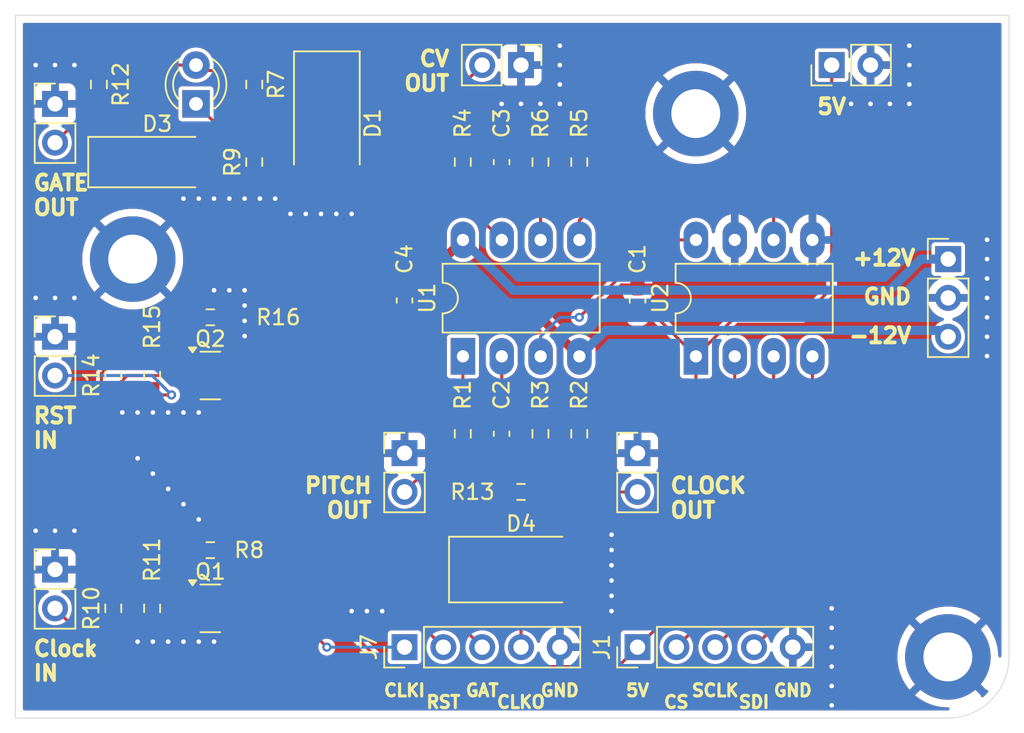
<source format=kicad_pcb>
(kicad_pcb (version 20240108) (generator "pcbnew") (generator_version "8.0")
  (layers (0 "F.Cu" signal) (31 "B.Cu" signal) (34 "B.Paste" user) (35 "F.Paste" user) (36 "B.SilkS" user "B.Silkscreen") (37 "F.SilkS" user "F.Silkscreen") (38 "B.Mask" user) (39 "F.Mask" user) (44 "Edge.Cuts" user))
  (net 0 "")
  (net 1 "+5V")
  (net 2 "GND")
  (net 3 "Net-(C2-Pad2)")
  (net 4 "Net-(U1A--)")
  (net 5 "Net-(C3-Pad2)")
  (net 6 "Net-(U1B--)")
  (net 7 "-12V")
  (net 8 "+12V")
  (net 9 "/GATE")
  (net 10 "Net-(D2-A)")
  (net 11 "Net-(D2-K)")
  (net 12 "/CLKOUT")
  (net 13 "/CS_DAC")
  (net 14 "/SCLK")
  (net 15 "/MOSI")
  (net 16 "/CLKIN")
  (net 17 "/RSTIN")
  (net 18 "Net-(Q1-B)")
  (net 19 "Net-(Q2-B)")
  (net 20 "/PITCH")
  (net 21 "/CV")
  (net 22 "Net-(U1B-+)")
  (net 23 "Net-(U1A-+)")
  (net 24 "Net-(J10-Pad2)")
  (net 25 "Net-(J4-Pad2)")
  (net 26 "Net-(J5-Pad2)")
  (net 27 "Net-(J6-Pad2)")
  (footprint "Resistor_SMD:R_0603_1608Metric_Pad0.98x0.95mm_HandSolder" (layer "F.Cu") (at 114.63 54.61 90)
    (property "Reference" "R9" (at 0 -1.43 90) (layer "F.SilkS"))
    (property "Value" "1k")
    (pad "1" smd roundrect (at -0.9125 0 90) (size 0.975 0.95) (layers "F.Cu" "F.Paste" "F.Mask") (net 2 "GND"))
    (pad "2" smd roundrect (at 0.9125 0 90) (size 0.975 0.95) (layers "F.Cu" "F.Paste" "F.Mask") (net 11 "Net-(D2-K)"))
  )
  (footprint "LED_THT:LED_D3.0mm_FlatTop" (layer "F.Cu") (at 110.82 50.8 90)
    (property "Reference" "D2")
    (property "Value" "GATE")
    (pad "1" thru_hole rect (at 0 0 90) (size 1.8 1.8) (drill 0.9) (layers "*.Cu" "*.Mask") (net 11 "Net-(D2-K)"))
    (pad "2" thru_hole circle (at 2.54 0 90) (size 1.8 1.8) (drill 0.9) (layers "*.Cu" "*.Mask") (net 10 "Net-(D2-A)"))
  )
  (footprint "Resistor_SMD:R_0603_1608Metric_Pad0.98x0.95mm_HandSolder" (layer "F.Cu") (at 133.35 72.39 -90)
    (property "Reference" "R3" (at -2.54 0 90) (layer "F.SilkS"))
    (property "Value" "10k")
    (pad "1" smd roundrect (at -0.9125 0 270) (size 0.975 0.95) (layers "F.Cu" "F.Paste" "F.Mask") (net 4 "Net-(U1A--)"))
    (pad "2" smd roundrect (at 0.9125 0 270) (size 0.975 0.95) (layers "F.Cu" "F.Paste" "F.Mask") (net 20 "/PITCH"))
  )
  (footprint "Capacitor_SMD:C_0603_1608Metric_Pad1.08x0.95mm_HandSolder" (layer "F.Cu") (at 130.81 72.39 90)
    (property "Reference" "C2" (at 2.54 0 90) (layer "F.SilkS"))
    (property "Value" "22pF")
    (pad "1" smd roundrect (at -0.8625 0 90) (size 1.075 0.95) (layers "F.Cu" "F.Paste" "F.Mask") (net 4 "Net-(U1A--)"))
    (pad "2" smd roundrect (at 0.8625 0 90) (size 1.075 0.95) (layers "F.Cu" "F.Paste" "F.Mask") (net 3 "Net-(C2-Pad2)"))
  )
  (footprint "Resistor_SMD:R_0603_1608Metric_Pad0.98x0.95mm_HandSolder" (layer "F.Cu") (at 132.08 76.2 180)
    (property "Reference" "R13" (at 3.175 0 0) (layer "F.SilkS"))
    (property "Value" "1k")
    (pad "1" smd roundrect (at -0.9125 0 180) (size 0.975 0.95) (layers "F.Cu" "F.Paste" "F.Mask") (net 27 "Net-(J6-Pad2)"))
    (pad "2" smd roundrect (at 0.9125 0 180) (size 0.975 0.95) (layers "F.Cu" "F.Paste" "F.Mask") (net 12 "/CLKOUT"))
  )
  (footprint "MountingHole:MountingHole_3.2mm_M3_DIN965_Pad" (layer "F.Cu") (at 160 87)
    (property "Reference" "H1")
    (property "Value" "M3")
    (pad "1" thru_hole circle (at 0 0) (size 5.6 5.6) (drill 3.2) (layers "*.Cu" "*.Mask") (net 2 "GND"))
  )
  (footprint "Resistor_SMD:R_0603_1608Metric_Pad0.98x0.95mm_HandSolder" (layer "F.Cu") (at 128.27 54.61 90)
    (property "Reference" "R4" (at 2.54 0 90) (layer "F.SilkS"))
    (property "Value" "1k")
    (pad "1" smd roundrect (at -0.9125 0 90) (size 0.975 0.95) (layers "F.Cu" "F.Paste" "F.Mask") (net 5 "Net-(C3-Pad2)"))
    (pad "2" smd roundrect (at 0.9125 0 90) (size 0.975 0.95) (layers "F.Cu" "F.Paste" "F.Mask") (net 21 "/CV"))
  )
  (footprint "Resistor_SMD:R_0603_1608Metric_Pad0.98x0.95mm_HandSolder" (layer "F.Cu") (at 133.35 54.61 90)
    (property "Reference" "R6" (at 2.54 0 90) (layer "F.SilkS"))
    (property "Value" "10k")
    (pad "1" smd roundrect (at -0.9125 0 90) (size 0.975 0.95) (layers "F.Cu" "F.Paste" "F.Mask") (net 6 "Net-(U1B--)"))
    (pad "2" smd roundrect (at 0.9125 0 90) (size 0.975 0.95) (layers "F.Cu" "F.Paste" "F.Mask") (net 21 "/CV"))
  )
  (footprint "Resistor_SMD:R_0603_1608Metric_Pad0.98x0.95mm_HandSolder" (layer "F.Cu") (at 135.89 72.39 90)
    (property "Reference" "R2" (at 2.54 0 90) (layer "F.SilkS"))
    (property "Value" "10k")
    (pad "1" smd roundrect (at -0.9125 0 90) (size 0.975 0.95) (layers "F.Cu" "F.Paste" "F.Mask") (net 2 "GND"))
    (pad "2" smd roundrect (at 0.9125 0 90) (size 0.975 0.95) (layers "F.Cu" "F.Paste" "F.Mask") (net 4 "Net-(U1A--)"))
  )
  (footprint "Capacitor_SMD:C_0603_1608Metric_Pad1.08x0.95mm_HandSolder" (layer "F.Cu") (at 124.46 63.664 90)
    (property "Reference" "C4" (at 2.704 0 90) (layer "F.SilkS"))
    (property "Value" "100nF")
    (pad "1" smd roundrect (at -0.8625 0 90) (size 1.075 0.95) (layers "F.Cu" "F.Paste" "F.Mask") (net 7 "-12V"))
    (pad "2" smd roundrect (at 0.8625 0 90) (size 1.075 0.95) (layers "F.Cu" "F.Paste" "F.Mask") (net 8 "+12V"))
  )
  (footprint "Connector_PinHeader_2.54mm:PinHeader_1x05_P2.54mm_Vertical" (layer "F.Cu") (at 139.7 86.36 90)
    (property "Reference" "J1" (at 0 -2.33 90) (layer "F.SilkS"))
    (property "Value" "DAC")
    (pad "1" thru_hole rect (at 0 0 90) (size 1.7 1.7) (drill 1) (layers "*.Cu" "*.Mask") (net 1 "+5V"))
    (pad "2" thru_hole oval (at 0 2.54 90) (size 1.7 1.7) (drill 1) (layers "*.Cu" "*.Mask") (net 13 "/CS_DAC"))
    (pad "3" thru_hole oval (at 0 5.08 90) (size 1.7 1.7) (drill 1) (layers "*.Cu" "*.Mask") (net 14 "/SCLK"))
    (pad "4" thru_hole oval (at 0 7.62 90) (size 1.7 1.7) (drill 1) (layers "*.Cu" "*.Mask") (net 15 "/MOSI"))
    (pad "5" thru_hole oval (at 0 10.16 90) (size 1.7 1.7) (drill 1) (layers "*.Cu" "*.Mask") (net 2 "GND"))
  )
  (footprint "Resistor_SMD:R_0603_1608Metric_Pad0.98x0.95mm_HandSolder" (layer "F.Cu") (at 111.76 80.01 180)
    (property "Reference" "R8" (at -2.54 0 0) (layer "F.SilkS"))
    (property "Value" "10k")
    (pad "1" smd roundrect (at -0.9125 0 180) (size 0.975 0.95) (layers "F.Cu" "F.Paste" "F.Mask") (net 16 "/CLKIN"))
    (pad "2" smd roundrect (at 0.9125 0 180) (size 0.975 0.95) (layers "F.Cu" "F.Paste" "F.Mask") (net 1 "+5V"))
  )
  (footprint "Resistor_SMD:R_0603_1608Metric_Pad0.98x0.95mm_HandSolder" (layer "F.Cu") (at 135.89 54.61 -90)
    (property "Reference" "R5" (at -2.54 0 90) (layer "F.SilkS"))
    (property "Value" "10k")
    (pad "1" smd roundrect (at -0.9125 0 270) (size 0.975 0.95) (layers "F.Cu" "F.Paste" "F.Mask") (net 2 "GND"))
    (pad "2" smd roundrect (at 0.9125 0 270) (size 0.975 0.95) (layers "F.Cu" "F.Paste" "F.Mask") (net 6 "Net-(U1B--)"))
  )
  (footprint "Capacitor_SMD:C_0603_1608Metric_Pad1.08x0.95mm_HandSolder" (layer "F.Cu") (at 130.81 54.61 90)
    (property "Reference" "C3" (at 2.54 0 90) (layer "F.SilkS"))
    (property "Value" "22pF")
    (pad "1" smd roundrect (at -0.8625 0 90) (size 1.075 0.95) (layers "F.Cu" "F.Paste" "F.Mask") (net 6 "Net-(U1B--)"))
    (pad "2" smd roundrect (at 0.8625 0 90) (size 1.075 0.95) (layers "F.Cu" "F.Paste" "F.Mask") (net 5 "Net-(C3-Pad2)"))
  )
  (footprint "Package_DIP:DIP-8_W7.62mm_LongPads" (layer "F.Cu") (at 143.52 67.325 90)
    (property "Reference" "U2" (at 3.81 -2.33 90) (layer "F.SilkS"))
    (property "Value" "MCP4822")
    (pad "1" thru_hole rect (at 0 0 90) (size 2.4 1.6) (drill 0.8) (layers "*.Cu" "*.Mask") (net 1 "+5V"))
    (pad "2" thru_hole oval (at 0 2.54 90) (size 2.4 1.6) (drill 0.8) (layers "*.Cu" "*.Mask") (net 13 "/CS_DAC"))
    (pad "3" thru_hole oval (at 0 5.08 90) (size 2.4 1.6) (drill 0.8) (layers "*.Cu" "*.Mask") (net 14 "/SCLK"))
    (pad "4" thru_hole oval (at 0 7.62 90) (size 2.4 1.6) (drill 0.8) (layers "*.Cu" "*.Mask") (net 15 "/MOSI"))
    (pad "5" thru_hole oval (at 7.62 7.62 90) (size 2.4 1.6) (drill 0.8) (layers "*.Cu" "*.Mask") (net 2 "GND"))
    (pad "6" thru_hole oval (at 7.62 5.08 90) (size 2.4 1.6) (drill 0.8) (layers "*.Cu" "*.Mask") (net 22 "Net-(U1B-+)"))
    (pad "7" thru_hole oval (at 7.62 2.54 90) (size 2.4 1.6) (drill 0.8) (layers "*.Cu" "*.Mask") (net 2 "GND"))
    (pad "8" thru_hole oval (at 7.62 0 90) (size 2.4 1.6) (drill 0.8) (layers "*.Cu" "*.Mask") (net 23 "Net-(U1A-+)"))
  )
  (footprint "Connector_PinHeader_2.54mm:PinHeader_1x02_P2.54mm_Vertical" (layer "F.Cu") (at 132.08 48.26 -90)
    (property "Reference" "J9")
    (property "Value" "CVOut")
    (pad "1" thru_hole rect (at 0 0 270) (size 1.7 1.7) (drill 1) (layers "*.Cu" "*.Mask") (net 2 "GND"))
    (pad "2" thru_hole oval (at 0 2.54 270) (size 1.7 1.7) (drill 1) (layers "*.Cu" "*.Mask") (net 21 "/CV"))
  )
  (footprint "MountingHole:MountingHole_3.2mm_M3_DIN965_Pad" (layer "F.Cu") (at 143.51 51.435)
    (property "Reference" "H3")
    (property "Value" "M3")
    (pad "1" thru_hole circle (at 0 0) (size 5.6 5.6) (drill 3.2) (layers "*.Cu" "*.Mask") (net 2 "GND"))
  )
  (footprint "Diode_SMD:D_SMA_Handsoldering" (layer "F.Cu") (at 108.28 54.61)
    (property "Reference" "D3" (at 0 -2.5 0) (layer "F.SilkS"))
    (property "Value" "SS34F")
    (pad "1" smd roundrect (at -2.5 0) (size 3.5 1.8) (layers "F.Cu" "F.Paste" "F.Mask") (roundrect_rratio 0.1388888889) (net 10 "Net-(D2-A)"))
    (pad "2" smd roundrect (at 2.5 0) (size 3.5 1.8) (layers "F.Cu" "F.Paste" "F.Mask") (roundrect_rratio 0.1388888889) (net 2 "GND"))
  )
  (footprint "Connector_PinHeader_2.54mm:PinHeader_1x02_P2.54mm_Vertical" (layer "F.Cu") (at 124.46 73.66)
    (property "Reference" "J8")
    (property "Value" "PitchOut")
    (pad "1" thru_hole rect (at 0 0) (size 1.7 1.7) (drill 1) (layers "*.Cu" "*.Mask") (net 2 "GND"))
    (pad "2" thru_hole oval (at 0 2.54) (size 1.7 1.7) (drill 1) (layers "*.Cu" "*.Mask") (net 20 "/PITCH"))
  )
  (footprint "Resistor_SMD:R_0603_1608Metric_Pad0.98x0.95mm_HandSolder" (layer "F.Cu") (at 114.63 49.53 -90)
    (property "Reference" "R7" (at 0 -1.43 90) (layer "F.SilkS"))
    (property "Value" "1k")
    (pad "1" smd roundrect (at -0.9125 0 270) (size 0.975 0.95) (layers "F.Cu" "F.Paste" "F.Mask") (net 10 "Net-(D2-A)"))
    (pad "2" smd roundrect (at 0.9125 0 270) (size 0.975 0.95) (layers "F.Cu" "F.Paste" "F.Mask") (net 9 "/GATE"))
  )
  (footprint "Diode_SMD:D_SMB_Handsoldering" (layer "F.Cu") (at 132.08 81.28)
    (property "Reference" "D4" (at 0 -3 0) (layer "F.SilkS"))
    (property "Value" "1SMB5918BT3G")
    (pad "1" smd roundrect (at -2.7 0) (size 3.5 2.3) (layers "F.Cu" "F.Paste" "F.Mask") (roundrect_rratio 0.1086956522) (net 12 "/CLKOUT"))
    (pad "2" smd roundrect (at 2.7 0) (size 3.5 2.3) (layers "F.Cu" "F.Paste" "F.Mask") (roundrect_rratio 0.1086956522) (net 2 "GND"))
  )
  (footprint "Connector_PinHeader_2.54mm:PinHeader_1x02_P2.54mm_Vertical" (layer "F.Cu") (at 139.7 73.66)
    (property "Reference" "J6")
    (property "Value" "ClockOut")
    (pad "1" thru_hole rect (at 0 0) (size 1.7 1.7) (drill 1) (layers "*.Cu" "*.Mask") (net 2 "GND"))
    (pad "2" thru_hole oval (at 0 2.54) (size 1.7 1.7) (drill 1) (layers "*.Cu" "*.Mask") (net 27 "Net-(J6-Pad2)"))
  )
  (footprint "Resistor_SMD:R_0603_1608Metric_Pad0.98x0.95mm_HandSolder" (layer "F.Cu") (at 107.95 83.82 90)
    (property "Reference" "R11" (at 3.175 0 90) (layer "F.SilkS"))
    (property "Value" "1M")
    (pad "1" smd roundrect (at -0.9125 0 90) (size 0.975 0.95) (layers "F.Cu" "F.Paste" "F.Mask") (net 2 "GND"))
    (pad "2" smd roundrect (at 0.9125 0 90) (size 0.975 0.95) (layers "F.Cu" "F.Paste" "F.Mask") (net 18 "Net-(Q1-B)"))
  )
  (footprint "Connector_PinHeader_2.54mm:PinHeader_1x03_P2.54mm_Vertical" (layer "F.Cu") (at 160.02 60.96)
    (property "Reference" "J2")
    (property "Value" "12V IN")
    (pad "1" thru_hole rect (at 0 0) (size 1.7 1.7) (drill 1) (layers "*.Cu" "*.Mask") (net 8 "+12V"))
    (pad "2" thru_hole oval (at 0 2.54) (size 1.7 1.7) (drill 1) (layers "*.Cu" "*.Mask") (net 2 "GND"))
    (pad "3" thru_hole oval (at 0 5.08) (size 1.7 1.7) (drill 1) (layers "*.Cu" "*.Mask") (net 7 "-12V"))
  )
  (footprint "Package_TO_SOT_SMD:SOT-23" (layer "F.Cu") (at 111.76 68.58)
    (property "Reference" "Q2" (at 0 -2.4 0) (layer "F.SilkS"))
    (property "Value" "MMBT3904")
    (pad "1" smd roundrect (at -0.9375 -0.95) (size 1.475 0.6) (layers "F.Cu" "F.Paste" "F.Mask") (net 19 "Net-(Q2-B)"))
    (pad "2" smd roundrect (at -0.9375 0.95) (size 1.475 0.6) (layers "F.Cu" "F.Paste" "F.Mask") (net 2 "GND"))
    (pad "3" smd roundrect (at 0.9375 0) (size 1.475 0.6) (layers "F.Cu" "F.Paste" "F.Mask") (net 17 "/RSTIN"))
  )
  (footprint "Capacitor_SMD:C_0603_1608Metric_Pad1.08x0.95mm_HandSolder" (layer "F.Cu") (at 139.7 63.664 -90)
    (property "Reference" "C1" (at -2.704 0 90) (layer "F.SilkS"))
    (property "Value" "100nF")
    (pad "1" smd roundrect (at -0.8625 0 270) (size 1.075 0.95) (layers "F.Cu" "F.Paste" "F.Mask") (net 2 "GND"))
    (pad "2" smd roundrect (at 0.8625 0 270) (size 1.075 0.95) (layers "F.Cu" "F.Paste" "F.Mask") (net 1 "+5V"))
  )
  (footprint "Connector_PinHeader_2.54mm:PinHeader_1x02_P2.54mm_Vertical" (layer "F.Cu") (at 101.6 50.8)
    (property "Reference" "J4")
    (property "Value" "GateOut")
    (pad "1" thru_hole rect (at 0 0) (size 1.7 1.7) (drill 1) (layers "*.Cu" "*.Mask") (net 2 "GND"))
    (pad "2" thru_hole oval (at 0 2.54) (size 1.7 1.7) (drill 1) (layers "*.Cu" "*.Mask") (net 25 "Net-(J4-Pad2)"))
  )
  (footprint "Resistor_SMD:R_0603_1608Metric_Pad0.98x0.95mm_HandSolder" (layer "F.Cu") (at 105.41 68.58 90)
    (property "Reference" "R14" (at 0 -1.43 90) (layer "F.SilkS"))
    (property "Value" "10k")
    (pad "1" smd roundrect (at -0.9125 0 90) (size 0.975 0.95) (layers "F.Cu" "F.Paste" "F.Mask") (net 17 "/RSTIN"))
    (pad "2" smd roundrect (at 0.9125 0 90) (size 0.975 0.95) (layers "F.Cu" "F.Paste" "F.Mask") (net 1 "+5V"))
  )
  (footprint "Resistor_SMD:R_0603_1608Metric_Pad0.98x0.95mm_HandSolder" (layer "F.Cu") (at 128.27 72.39 -90)
    (property "Reference" "R1" (at -2.54 0 90) (layer "F.SilkS"))
    (property "Value" "1k")
    (pad "1" smd roundrect (at -0.9125 0 270) (size 0.975 0.95) (layers "F.Cu" "F.Paste" "F.Mask") (net 3 "Net-(C2-Pad2)"))
    (pad "2" smd roundrect (at 0.9125 0 270) (size 0.975 0.95) (layers "F.Cu" "F.Paste" "F.Mask") (net 20 "/PITCH"))
  )
  (footprint "Diode_SMD:D_SMB_Handsoldering" (layer "F.Cu") (at 119.38 52.07 -90)
    (property "Reference" "D1" (at 0 -3 90) (layer "F.SilkS"))
    (property "Value" "1SMB5918BT3G")
    (pad "1" smd roundrect (at -2.7 0 270) (size 3.5 2.3) (layers "F.Cu" "F.Paste" "F.Mask") (roundrect_rratio 0.1086956522) (net 9 "/GATE"))
    (pad "2" smd roundrect (at 2.7 0 270) (size 3.5 2.3) (layers "F.Cu" "F.Paste" "F.Mask") (roundrect_rratio 0.1086956522) (net 2 "GND"))
  )
  (footprint "Package_DIP:DIP-8_W7.62mm_LongPads" (layer "F.Cu") (at 128.28 67.325 90)
    (property "Reference" "U1" (at 3.81 -2.33 90) (layer "F.SilkS"))
    (property "Value" "TL072")
    (pad "1" thru_hole rect (at 0 0 90) (size 2.4 1.6) (drill 0.8) (layers "*.Cu" "*.Mask") (net 3 "Net-(C2-Pad2)"))
    (pad "2" thru_hole oval (at 0 2.54 90) (size 2.4 1.6) (drill 0.8) (layers "*.Cu" "*.Mask") (net 4 "Net-(U1A--)"))
    (pad "3" thru_hole oval (at 0 5.08 90) (size 2.4 1.6) (drill 0.8) (layers "*.Cu" "*.Mask") (net 23 "Net-(U1A-+)"))
    (pad "4" thru_hole oval (at 0 7.62 90) (size 2.4 1.6) (drill 0.8) (layers "*.Cu" "*.Mask") (net 7 "-12V"))
    (pad "5" thru_hole oval (at 7.62 7.62 90) (size 2.4 1.6) (drill 0.8) (layers "*.Cu" "*.Mask") (net 22 "Net-(U1B-+)"))
    (pad "6" thru_hole oval (at 7.62 5.08 90) (size 2.4 1.6) (drill 0.8) (layers "*.Cu" "*.Mask") (net 6 "Net-(U1B--)"))
    (pad "7" thru_hole oval (at 7.62 2.54 90) (size 2.4 1.6) (drill 0.8) (layers "*.Cu" "*.Mask") (net 5 "Net-(C3-Pad2)"))
    (pad "8" thru_hole oval (at 7.62 0 90) (size 2.4 1.6) (drill 0.8) (layers "*.Cu" "*.Mask") (net 8 "+12V"))
  )
  (footprint "Resistor_SMD:R_0603_1608Metric_Pad0.98x0.95mm_HandSolder" (layer "F.Cu") (at 111.76 64.77 180)
    (property "Reference" "R16" (at -4.445 0 0) (layer "F.SilkS"))
    (property "Value" "1M")
    (pad "1" smd roundrect (at -0.9125 0 180) (size 0.975 0.95) (layers "F.Cu" "F.Paste" "F.Mask") (net 2 "GND"))
    (pad "2" smd roundrect (at 0.9125 0 180) (size 0.975 0.95) (layers "F.Cu" "F.Paste" "F.Mask") (net 19 "Net-(Q2-B)"))
  )
  (footprint "Package_TO_SOT_SMD:SOT-23" (layer "F.Cu") (at 111.76 83.82)
    (property "Reference" "Q1" (at 0 -2.4 0) (layer "F.SilkS"))
    (property "Value" "MMBT3904")
    (pad "1" smd roundrect (at -0.9375 -0.95) (size 1.475 0.6) (layers "F.Cu" "F.Paste" "F.Mask") (net 18 "Net-(Q1-B)"))
    (pad "2" smd roundrect (at -0.9375 0.95) (size 1.475 0.6) (layers "F.Cu" "F.Paste" "F.Mask") (net 2 "GND"))
    (pad "3" smd roundrect (at 0.9375 0) (size 1.475 0.6) (layers "F.Cu" "F.Paste" "F.Mask") (net 16 "/CLKIN"))
  )
  (footprint "Connector_PinHeader_2.54mm:PinHeader_1x02_P2.54mm_Vertical" (layer "F.Cu") (at 101.6 81.28)
    (property "Reference" "J5")
    (property "Value" "ClockIn")
    (pad "1" thru_hole rect (at 0 0) (size 1.7 1.7) (drill 1) (layers "*.Cu" "*.Mask") (net 2 "GND"))
    (pad "2" thru_hole oval (at 0 2.54) (size 1.7 1.7) (drill 1) (layers "*.Cu" "*.Mask") (net 26 "Net-(J5-Pad2)"))
  )
  (footprint "Connector_PinHeader_2.54mm:PinHeader_1x02_P2.54mm_Vertical" (layer "F.Cu") (at 152.4 48.26 90)
    (property "Reference" "J3")
    (property "Value" "5V IN")
    (pad "1" thru_hole rect (at 0 0 90) (size 1.7 1.7) (drill 1) (layers "*.Cu" "*.Mask") (net 1 "+5V"))
    (pad "2" thru_hole oval (at 0 2.54 90) (size 1.7 1.7) (drill 1) (layers "*.Cu" "*.Mask") (net 2 "GND"))
  )
  (footprint "Connector_PinHeader_2.54mm:PinHeader_1x05_P2.54mm_Vertical" (layer "F.Cu") (at 124.46 86.36 90)
    (property "Reference" "J7" (at 0 -2.33 90) (layer "F.SilkS"))
    (property "Value" "INPUTS")
    (pad "1" thru_hole rect (at 0 0 90) (size 1.7 1.7) (drill 1) (layers "*.Cu" "*.Mask") (net 16 "/CLKIN"))
    (pad "2" thru_hole oval (at 0 2.54 90) (size 1.7 1.7) (drill 1) (layers "*.Cu" "*.Mask") (net 17 "/RSTIN"))
    (pad "3" thru_hole oval (at 0 5.08 90) (size 1.7 1.7) (drill 1) (layers "*.Cu" "*.Mask") (net 9 "/GATE"))
    (pad "4" thru_hole oval (at 0 7.62 90) (size 1.7 1.7) (drill 1) (layers "*.Cu" "*.Mask") (net 12 "/CLKOUT"))
    (pad "5" thru_hole oval (at 0 10.16 90) (size 1.7 1.7) (drill 1) (layers "*.Cu" "*.Mask") (net 2 "GND"))
  )
  (footprint "Resistor_SMD:R_0603_1608Metric_Pad0.98x0.95mm_HandSolder" (layer "F.Cu") (at 107.95 68.58 90)
    (property "Reference" "R15" (at 3.175 0 90) (layer "F.SilkS"))
    (property "Value" "100k")
    (pad "1" smd roundrect (at -0.9125 0 90) (size 0.975 0.95) (layers "F.Cu" "F.Paste" "F.Mask") (net 24 "Net-(J10-Pad2)"))
    (pad "2" smd roundrect (at 0.9125 0 90) (size 0.975 0.95) (layers "F.Cu" "F.Paste" "F.Mask") (net 19 "Net-(Q2-B)"))
  )
  (footprint "Resistor_SMD:R_0603_1608Metric_Pad0.98x0.95mm_HandSolder" (layer "F.Cu") (at 104.47 49.53 -90)
    (property "Reference" "R12" (at 0 -1.43 90) (layer "F.SilkS"))
    (property "Value" "1k")
    (pad "1" smd roundrect (at -0.9125 0 270) (size 0.975 0.95) (layers "F.Cu" "F.Paste" "F.Mask") (net 10 "Net-(D2-A)"))
    (pad "2" smd roundrect (at 0.9125 0 270) (size 0.975 0.95) (layers "F.Cu" "F.Paste" "F.Mask") (net 25 "Net-(J4-Pad2)"))
  )
  (footprint "Resistor_SMD:R_0603_1608Metric_Pad0.98x0.95mm_HandSolder" (layer "F.Cu") (at 105.41 83.82 90)
    (property "Reference" "R10" (at 0 -1.43 90) (layer "F.SilkS"))
    (property "Value" "100k")
    (pad "1" smd roundrect (at -0.9125 0 90) (size 0.975 0.95) (layers "F.Cu" "F.Paste" "F.Mask") (net 26 "Net-(J5-Pad2)"))
    (pad "2" smd roundrect (at 0.9125 0 90) (size 0.975 0.95) (layers "F.Cu" "F.Paste" "F.Mask") (net 18 "Net-(Q1-B)"))
  )
  (footprint "MountingHole:MountingHole_3.2mm_M3_DIN965_Pad" (layer "F.Cu") (at 106.68 60.96)
    (property "Reference" "H2")
    (property "Value" "M3")
    (pad "1" thru_hole circle (at 0 0) (size 5.6 5.6) (drill 3.2) (layers "*.Cu" "*.Mask") (net 2 "GND"))
  )
  (footprint "Connector_PinHeader_2.54mm:PinHeader_1x02_P2.54mm_Vertical" (layer "F.Cu") (at 101.6 66.04)
    (property "Reference" "J10")
    (property "Value" "ResetIn")
    (pad "1" thru_hole rect (at 0 0) (size 1.7 1.7) (drill 1) (layers "*.Cu" "*.Mask") (net 2 "GND"))
    (pad "2" thru_hole oval (at 0 2.54) (size 1.7 1.7) (drill 1) (layers "*.Cu" "*.Mask") (net 24 "Net-(J10-Pad2)"))
  )
  (gr_line (start 99 91) (end 159.98 90.999999) (stroke (width 0.05)) (layer "Edge.Cuts"))
  (gr_arc (start 164.000049 87) (mid 162.821382 89.835524) (end 159.98 90.999999) (stroke (width 0.05)) (layer "Edge.Cuts"))
  (gr_line (start 99 45) (end 99 91) (stroke (width 0.05)) (layer "Edge.Cuts"))
  (gr_line (start 164 45) (end 99 45) (stroke (width 0.05)) (layer "Edge.Cuts"))
  (gr_line (start 164.000049 87) (end 164 45) (stroke (width 0.05)) (layer "Edge.Cuts"))
  (gr_text "CV\nOUT" (at 127.508 50.038 0) (layer "F.SilkS") (effects (font (size 1 1) (thickness 0.25) (bold yes)) (justify right bottom)))
  (gr_text "RST" (at 127 90.424 0) (layer "F.SilkS") (effects (font (size 0.8 0.8) (thickness 0.2) (bold yes)) (justify bottom)))
  (gr_text "CLKO" (at 132.08 90.424 0) (layer "F.SilkS") (effects (font (size 0.8 0.8) (thickness 0.2) (bold yes)) (justify bottom)))
  (gr_text "5V" (at 139.7 89.662 0) (layer "F.SilkS") (effects (font (size 0.8 0.8) (thickness 0.2) (bold yes)) (justify bottom)))
  (gr_text "GATE\nOUT" (at 100.076 58.166 0) (layer "F.SilkS") (effects (font (size 1 1) (thickness 0.25) (bold yes)) (justify left bottom)))
  (gr_text "SDI" (at 147.32 90.424 0) (layer "F.SilkS") (effects (font (size 0.8 0.8) (thickness 0.2) (bold yes)) (justify bottom)))
  (gr_text "+12V" (at 157.988 61.468 0) (layer "F.SilkS") (effects (font (size 1 1) (thickness 0.25) (bold yes)) (justify right bottom)))
  (gr_text "CLOCK\nOUT" (at 141.732 77.978 0) (layer "F.SilkS") (effects (font (size 1 1) (thickness 0.25) (bold yes)) (justify left bottom)))
  (gr_text "PITCH\nOUT" (at 122.428 77.978 0) (layer "F.SilkS") (effects (font (size 1 1) (thickness 0.25) (bold yes)) (justify right bottom)))
  (gr_text "5V" (at 152.4 51.562 0) (layer "F.SilkS") (effects (font (size 1 1) (thickness 0.25) (bold yes)) (justify bottom)))
  (gr_text "GND" (at 134.62 89.662 0) (layer "F.SilkS") (effects (font (size 0.8 0.8) (thickness 0.2) (bold yes)) (justify bottom)))
  (gr_text "SCLK" (at 144.78 89.662 0) (layer "F.SilkS") (effects (font (size 0.8 0.8) (thickness 0.2) (bold yes)) (justify bottom)))
  (gr_text "-12V" (at 157.734 66.548 0) (layer "F.SilkS") (effects (font (size 1 1) (thickness 0.25) (bold yes)) (justify right bottom)))
  (gr_text "GND" (at 149.86 89.662 0) (layer "F.SilkS") (effects (font (size 0.8 0.8) (thickness 0.2) (bold yes)) (justify bottom)))
  (gr_text "RST \nIN" (at 100.076 73.406 0) (layer "F.SilkS") (effects (font (size 1 1) (thickness 0.25) (bold yes)) (justify left bottom)))
  (gr_text "Clock \nIN" (at 100.076 88.646 0) (layer "F.SilkS") (effects (font (size 1 1) (thickness 0.25) (bold yes)) (justify left bottom)))
  (gr_text "GND" (at 157.734 64.008 0) (layer "F.SilkS") (effects (font (size 1 1) (thickness 0.25) (bold yes)) (justify right bottom)))
  (gr_text "GAT" (at 129.54 89.662 0) (layer "F.SilkS") (effects (font (size 0.8 0.8) (thickness 0.2) (bold yes)) (justify bottom)))
  (gr_text "CS" (at 142.24 90.424 0) (layer "F.SilkS") (effects (font (size 0.8 0.8) (thickness 0.2) (bold yes)) (justify bottom)))
  (gr_text "CLKI" (at 124.46 89.662 0) (layer "F.SilkS") (effects (font (size 0.8 0.8) (thickness 0.2) (bold yes)) (justify bottom)))
  (segment (start 111.6225 79.235) (end 114.831722 79.235) (width 0.2) (layer "F.Cu") (net 1))
  (segment (start 150.495 64.77) (end 146.075 64.77) (width 0.2) (layer "F.Cu") (net 1))
  (segment (start 139.7 64.5265) (end 140.7215 64.5265) (width 0.2) (layer "F.Cu") (net 1))
  (segment (start 138.43 87.63) (end 139.7 86.36) (width 0.2) (layer "F.Cu") (net 1))
  (segment (start 105.41 67.6675) (end 104.635 68.4425) (width 0.2) (layer "F.Cu") (net 1))
  (segment (start 143.52 82.54) (end 139.7 86.36) (width 0.2) (layer "F.Cu") (net 1))
  (segment (start 143.52 67.325) (end 143.52 82.54) (width 0.2) (layer "F.Cu") (net 1))
  (segment (start 140.7215 64.5265) (end 143.52 67.325) (width 0.2) (layer "F.Cu") (net 1))
  (segment (start 114.831722 79.235) (end 123.226722 87.63) (width 0.2) (layer "F.Cu") (net 1))
  (segment (start 152.4 48.26) (end 152.4 62.865) (width 0.2) (layer "F.Cu") (net 1))
  (segment (start 152.4 62.865) (end 150.495 64.77) (width 0.2) (layer "F.Cu") (net 1))
  (segment (start 146.075 64.77) (end 143.52 67.325) (width 0.2) (layer "F.Cu") (net 1))
  (segment (start 123.226722 87.63) (end 138.43 87.63) (width 0.2) (layer "F.Cu") (net 1))
  (segment (start 104.635 68.4425) (end 104.635 73.7975) (width 0.2) (layer "F.Cu") (net 1))
  (segment (start 104.635 73.7975) (end 110.8475 80.01) (width 0.2) (layer "F.Cu") (net 1))
  (segment (start 110.8475 80.01) (end 111.6225 79.235) (width 0.2) (layer "F.Cu") (net 1))
  (via (at 102.87 63.5) (size 0.6) (drill 0.3) (layers "F.Cu" "B.Cu") (net 2))
  (via (at 134.62 49.53) (size 0.6) (drill 0.3) (layers "F.Cu" "B.Cu") (net 2))
  (via (at 152.4 86.36) (size 0.6) (drill 0.3) (layers "F.Cu" "B.Cu") (net 2))
  (via (at 154.94 50.8) (size 0.6) (drill 0.3) (layers "F.Cu" "B.Cu") (net 2))
  (via (at 120 58) (size 0.6) (drill 0.3) (layers "F.Cu" "B.Cu") (net 2))
  (via (at 107 71) (size 0.6) (drill 0.3) (layers "F.Cu" "B.Cu") (net 2))
  (via (at 157.48 50.8) (size 0.6) (drill 0.3) (layers "F.Cu" "B.Cu") (net 2))
  (via (at 110 86) (size 0.6) (drill 0.3) (layers "F.Cu" "B.Cu") (net 2))
  (via (at 111 78) (size 0.6) (drill 0.3) (layers "F.Cu" "B.Cu") (net 2))
  (via (at 110 77) (size 0.6) (drill 0.3) (layers "F.Cu" "B.Cu") (net 2))
  (via (at 138 80) (size 0.6) (drill 0.3) (layers "F.Cu" "B.Cu") (net 2))
  (via (at 162.56 64.77) (size 0.6) (drill 0.3) (layers "F.Cu" "B.Cu") (net 2))
  (via (at 153.67 50.8) (size 0.6) (drill 0.3) (layers "F.Cu" "B.Cu") (net 2))
  (via (at 100.33 48.26) (size 0.6) (drill 0.3) (layers "F.Cu" "B.Cu") (net 2))
  (via (at 130.81 50.8) (size 0.6) (drill 0.3) (layers "F.Cu" "B.Cu") (net 2))
  (via (at 162.56 60.96) (size 0.6) (drill 0.3) (layers "F.Cu" "B.Cu") (net 2))
  (via (at 162.56 66.04) (size 0.6) (drill 0.3) (layers "F.Cu" "B.Cu") (net 2))
  (via (at 107 86) (size 0.6) (drill 0.3) (layers "F.Cu" "B.Cu") (net 2))
  (via (at 157.48 49.53) (size 0.6) (drill 0.3) (layers "F.Cu" "B.Cu") (net 2))
  (via (at 102.87 78.74) (size 0.6) (drill 0.3) (layers "F.Cu" "B.Cu") (net 2))
  (via (at 112 57) (size 0.6) (drill 0.3) (layers "F.Cu" "B.Cu") (net 2))
  (via (at 138 81) (size 0.6) (drill 0.3) (layers "F.Cu" "B.Cu") (net 2))
  (via (at 108 71) (size 0.6) (drill 0.3) (layers "F.Cu" "B.Cu") (net 2))
  (via (at 101.6 63.5) (size 0.6) (drill 0.3) (layers "F.Cu" "B.Cu") (net 2))
  (via (at 157.48 48.26) (size 0.6) (drill 0.3) (layers "F.Cu" "B.Cu") (net 2))
  (via (at 156.21 50.8) (size 0.6) (drill 0.3) (layers "F.Cu" "B.Cu") (net 2))
  (via (at 114 63) (size 0.6) (drill 0.3) (layers "F.Cu" "B.Cu") (net 2))
  (via (at 100.33 78.74) (size 0.6) (drill 0.3) (layers "F.Cu" "B.Cu") (net 2))
  (via (at 162.56 67.31) (size 0.6) (drill 0.3) (layers "F.Cu" "B.Cu") (net 2))
  (via (at 157.48 46.99) (size 0.6) (drill 0.3) (layers "F.Cu" "B.Cu") (net 2))
  (via (at 152.4 83.82) (size 0.6) (drill 0.3) (layers "F.Cu" "B.Cu") (net 2))
  (via (at 118 58) (size 0.6) (drill 0.3) (layers "F.Cu" "B.Cu") (net 2))
  (via (at 102.87 48.26) (size 0.6) (drill 0.3) (layers "F.Cu" "B.Cu") (net 2))
  (via (at 112 63) (size 0.6) (drill 0.3) (layers "F.Cu" "B.Cu") (net 2))
  (via (at 134.62 46.99) (size 0.6) (drill 0.3) (layers "F.Cu" "B.Cu") (net 2))
  (via (at 152.4 85.09) (size 0.6) (drill 0.3) (layers "F.Cu" "B.Cu") (net 2))
  (via (at 111 71) (size 0.6) (drill 0.3) (layers "F.Cu" "B.Cu") (net 2))
  (via (at 110 71) (size 0.6) (drill 0.3) (layers "F.Cu" "B.Cu") (net 2))
  (via (at 138 83) (size 0.6) (drill 0.3) (layers "F.Cu" "B.Cu") (net 2))
  (via (at 134.62 48.26) (size 0.6) (drill 0.3) (layers "F.Cu" "B.Cu") (net 2))
  (via (at 122 84) (size 0.6) (drill 0.3) (layers "F.Cu" "B.Cu") (net 2))
  (via (at 112 86) (size 0.6) (drill 0.3) (layers "F.Cu" "B.Cu") (net 2))
  (via (at 113 57) (size 0.6) (drill 0.3) (layers "F.Cu" "B.Cu") (net 2))
  (via (at 138 82) (size 0.6) (drill 0.3) (layers "F.Cu" "B.Cu") (net 2))
  (via (at 108 75) (size 0.6) (drill 0.3) (layers "F.Cu" "B.Cu") (net 2))
  (via (at 108 86) (size 0.6) (drill 0.3) (layers "F.Cu" "B.Cu") (net 2))
  (via (at 162.56 59.69) (size 0.6) (drill 0.3) (layers "F.Cu" "B.Cu") (net 2))
  (via (at 111 57) (size 0.6) (drill 0.3) (layers "F.Cu" "B.Cu") (net 2))
  (via (at 109 71) (size 0.6) (drill 0.3) (layers "F.Cu" "B.Cu") (net 2))
  (via (at 101.6 48.26) (size 0.6) (drill 0.3) (layers "F.Cu" "B.Cu") (net 2))
  (via (at 107 74) (size 0.6) (drill 0.3) (layers "F.Cu" "B.Cu") (net 2))
  (via (at 115 57) (size 0.6) (drill 0.3) (layers "F.Cu" "B.Cu") (net 2))
  (via (at 114 66) (size 0.6) (drill 0.3) (layers "F.Cu" "B.Cu") (net 2))
  (via (at 109 86) (size 0.6) (drill 0.3) (layers "F.Cu" "B.Cu") (net 2))
  (via (at 133.35 50.8) (size 0.6) (drill 0.3) (layers "F.Cu" "B.Cu") (net 2))
  (via (at 119 58) (size 0.6) (drill 0.3) (layers "F.Cu" "B.Cu") (net 2))
  (via (at 114 57) (size 0.6) (drill 0.3) (layers "F.Cu" "B.Cu") (net 2))
  (via (at 110 57) (size 0.6) (drill 0.3) (layers "F.Cu" "B.Cu") (net 2))
  (via (at 134.62 50.8) (size 0.6) (drill 0.3) (layers "F.Cu" "B.Cu") (net 2))
  (via (at 138 79) (size 0.6) (drill 0.3) (layers "F.Cu" "B.Cu") (net 2))
  (via (at 114 65) (size 0.6) (drill 0.3) (layers "F.Cu" "B.Cu") (net 2))
  (via (at 106 71) (size 0.6) (drill 0.3) (layers "F.Cu" "B.Cu") (net 2))
  (via (at 123 84) (size 0.6) (drill 0.3) (layers "F.Cu" "B.Cu") (net 2))
  (via (at 101.6 78.74) (size 0.6) (drill 0.3) (layers "F.Cu" "B.Cu") (net 2))
  (via (at 121 58) (size 0.6) (drill 0.3) (layers "F.Cu" "B.Cu") (net 2))
  (via (at 162.56 63.5) (size 0.6) (drill 0.3) (layers "F.Cu" "B.Cu") (net 2))
  (via (at 109 76) (size 0.6) (drill 0.3) (layers "F.Cu" "B.Cu") (net 2))
  (via (at 113 63) (size 0.6) (drill 0.3) (layers "F.Cu" "B.Cu") (net 2))
  (via (at 117 58) (size 0.6) (drill 0.3) (layers "F.Cu" "B.Cu") (net 2))
  (via (at 152.4 90.17) (size 0.6) (drill 0.3) (layers "F.Cu" "B.Cu") (net 2))
  (via (at 152.4 88.9) (size 0.6) (drill 0.3) (layers "F.Cu" "B.Cu") (net 2))
  (via (at 114 64) (size 0.6) (drill 0.3) (layers "F.Cu" "B.Cu") (net 2))
  (via (at 100.33 63.5) (size 0.6) (drill 0.3) (layers "F.Cu" "B.Cu") (net 2))
  (via (at 111 86) (size 0.6) (drill 0.3) (layers "F.Cu" "B.Cu") (net 2))
  (via (at 121 84) (size 0.6) (drill 0.3) (layers "F.Cu" "B.Cu") (net 2))
  (via (at 116 57) (size 0.6) (drill 0.3) (layers "F.Cu" "B.Cu") (net 2))
  (via (at 138 84) (size 0.6) (drill 0.3) (layers "F.Cu" "B.Cu") (net 2))
  (via (at 162.56 62.23) (size 0.6) (drill 0.3) (layers "F.Cu" "B.Cu") (net 2))
  (via (at 152.4 87.63) (size 0.6) (drill 0.3) (layers "F.Cu" "B.Cu") (net 2))
  (via (at 132.08 50.8) (size 0.6) (drill 0.3) (layers "F.Cu" "B.Cu") (net 2))
  (segment (start 128.28 71.4675) (end 128.27 71.4775) (width 0.2) (layer "F.Cu") (net 3))
  (segment (start 130.76 71.4775) (end 130.81 71.5275) (width 0.2) (layer "F.Cu") (net 3))
  (segment (start 128.28 67.325) (end 128.28 71.4675) (width 0.2) (layer "F.Cu") (net 3))
  (segment (start 128.27 71.4775) (end 130.76 71.4775) (width 0.2) (layer "F.Cu") (net 3))
  (segment (start 131.575 73.2525) (end 133.35 71.4775) (width 0.2) (layer "F.Cu") (net 4))
  (segment (start 135.89 71.4775) (end 133.35 71.4775) (width 0.2) (layer "F.Cu") (net 4))
  (segment (start 130.81 73.2525) (end 131.575 73.2525) (width 0.2) (layer "F.Cu") (net 4))
  (segment (start 130.82 68.9475) (end 133.35 71.4775) (width 0.2) (layer "F.Cu") (net 4))
  (segment (start 130.82 67.325) (end 130.82 68.9475) (width 0.2) (layer "F.Cu") (net 4))
  (segment (start 129.035 55.5225) (end 130.81 53.7475) (width 0.2) (layer "F.Cu") (net 5))
  (segment (start 128.27 55.5225) (end 128.27 57.155) (width 0.2) (layer "F.Cu") (net 5))
  (segment (start 128.27 55.5225) (end 129.035 55.5225) (width 0.2) (layer "F.Cu") (net 5))
  (segment (start 128.27 57.155) (end 130.82 59.705) (width 0.2) (layer "F.Cu") (net 5))
  (segment (start 133.36 59.705) (end 133.36 55.5325) (width 0.2) (layer "F.Cu") (net 6))
  (segment (start 133.36 55.5325) (end 133.35 55.5225) (width 0.2) (layer "F.Cu") (net 6))
  (segment (start 135.84 55.4725) (end 135.89 55.5225) (width 0.2) (layer "F.Cu") (net 6))
  (segment (start 130.81 55.4725) (end 135.84 55.4725) (width 0.2) (layer "F.Cu") (net 6))
  (segment (start 124.46 64.5265) (end 133.1015 64.5265) (width 0.6) (layer "F.Cu") (net 7))
  (segment (start 133.1015 64.5265) (end 135.9 67.325) (width 0.6) (layer "F.Cu") (net 7))
  (segment (start 159.605 65.625) (end 160.02 66.04) (width 0.6) (layer "B.Cu") (net 7))
  (segment (start 135.9 67.325) (end 137.6 65.625) (width 0.6) (layer "B.Cu") (net 7))
  (segment (start 137.6 65.625) (end 159.605 65.625) (width 0.6) (layer "B.Cu") (net 7))
  (segment (start 124.46 62.8015) (end 125.1835 62.8015) (width 0.6) (layer "F.Cu") (net 8))
  (segment (start 125.1835 62.8015) (end 128.28 59.705) (width 0.6) (layer "F.Cu") (net 8))
  (segment (start 158.242 60.96) (end 160.02 60.96) (width 0.6) (layer "B.Cu") (net 8))
  (segment (start 128.28 59.705) (end 131.567 62.992) (width 0.6) (layer "B.Cu") (net 8))
  (segment (start 156.21 62.992) (end 158.242 60.96) (width 0.6) (layer "B.Cu") (net 8))
  (segment (start 131.567 62.992) (end 156.21 62.992) (width 0.6) (layer "B.Cu") (net 8))
  (segment (start 121.92 51.91) (end 121.92 78.74) (width 0.2) (layer "F.Cu") (net 9))
  (segment (start 119.38 49.37) (end 121.92 51.91) (width 0.2) (layer "F.Cu") (net 9))
  (segment (start 119.38 49.37) (end 115.7025 49.37) (width 0.2) (layer "F.Cu") (net 9))
  (segment (start 115.7025 49.37) (end 114.63 50.4425) (width 0.2) (layer "F.Cu") (net 9))
  (segment (start 121.92 78.74) (end 129.54 86.36) (width 0.2) (layer "F.Cu") (net 9))
  (segment (start 105.78 49.9275) (end 105.78 54.61) (width 0.2) (layer "F.Cu") (net 10))
  (segment (start 114.63 48.6175) (end 111.1775 48.6175) (width 0.2) (layer "F.Cu") (net 10))
  (segment (start 110.82 48.26) (end 104.8275 48.26) (width 0.2) (layer "F.Cu") (net 10))
  (segment (start 111.1775 48.6175) (end 110.82 48.26) (width 0.2) (layer "F.Cu") (net 10))
  (segment (start 104.47 48.6175) (end 105.78 49.9275) (width 0.2) (layer "F.Cu") (net 10))
  (segment (start 104.8275 48.26) (end 104.47 48.6175) (width 0.2) (layer "F.Cu") (net 10))
  (segment (start 110.82 50.8) (end 113.7175 53.6975) (width 0.2) (layer "F.Cu") (net 11))
  (segment (start 113.7175 53.6975) (end 114.63 53.6975) (width 0.2) (layer "F.Cu") (net 11))
  (segment (start 132.08 83.98) (end 132.08 86.36) (width 0.2) (layer "F.Cu") (net 12))
  (segment (start 131.1675 76.2) (end 131.1675 79.4925) (width 0.2) (layer "F.Cu") (net 12))
  (segment (start 131.1675 79.4925) (end 129.38 81.28) (width 0.2) (layer "F.Cu") (net 12))
  (segment (start 129.38 81.28) (end 132.08 83.98) (width 0.2) (layer "F.Cu") (net 12))
  (segment (start 146.06 82.54) (end 142.24 86.36) (width 0.2) (layer "F.Cu") (net 13))
  (segment (start 146.06 67.325) (end 146.06 82.54) (width 0.2) (layer "F.Cu") (net 13))
  (segment (start 148.6 67.325) (end 148.6 82.54) (width 0.2) (layer "F.Cu") (net 14))
  (segment (start 148.6 82.54) (end 144.78 86.36) (width 0.2) (layer "F.Cu") (net 14))
  (segment (start 151.14 67.325) (end 151.14 82.54) (width 0.2) (layer "F.Cu") (net 15))
  (segment (start 151.14 82.54) (end 147.32 86.36) (width 0.2) (layer "F.Cu") (net 15))
  (segment (start 112.6975 83.82) (end 116.84 83.82) (width 0.2) (layer "F.Cu") (net 16))
  (segment (start 112.6725 80.01) (end 112.6725 83.795) (width 0.2) (layer "F.Cu") (net 16))
  (segment (start 112.6725 83.795) (end 112.6975 83.82) (width 0.2) (layer "F.Cu") (net 16))
  (segment (start 116.84 83.82) (end 119.38 86.36) (width 0.2) (layer "F.Cu") (net 16))
  (via (at 119.38 86.36) (size 0.6) (drill 0.3) (layers "F.Cu" "B.Cu") (net 16))
  (segment (start 119.38 86.36) (end 124.46 86.36) (width 0.2) (layer "B.Cu") (net 16))
  (segment (start 112.6975 68.58) (end 112.6975 72.0575) (width 0.2) (layer "F.Cu") (net 17))
  (segment (start 112.6975 72.0575) (end 127 86.36) (width 0.2) (layer "F.Cu") (net 17))
  (segment (start 105.41 69.4925) (end 106.3225 68.58) (width 0.2) (layer "F.Cu") (net 17))
  (segment (start 106.3225 68.58) (end 112.6975 68.58) (width 0.2) (layer "F.Cu") (net 17))
  (segment (start 105.41 82.9075) (end 110.785 82.9075) (width 0.2) (layer "F.Cu") (net 18))
  (segment (start 110.785 82.9075) (end 110.8225 82.87) (width 0.2) (layer "F.Cu") (net 18))
  (segment (start 110.785 67.6675) (end 110.8225 67.63) (width 0.2) (layer "F.Cu") (net 19))
  (segment (start 110.8225 64.795) (end 110.8475 64.77) (width 0.2) (layer "F.Cu") (net 19))
  (segment (start 110.8225 67.63) (end 110.8225 64.795) (width 0.2) (layer "F.Cu") (net 19))
  (segment (start 107.95 67.6675) (end 110.785 67.6675) (width 0.2) (layer "F.Cu") (net 19))
  (segment (start 124.46 76.2) (end 127.3575 73.3025) (width 0.2) (layer "F.Cu") (net 20))
  (segment (start 130.311722 74.09) (end 132.5625 74.09) (width 0.2) (layer "F.Cu") (net 20))
  (segment (start 129.524222 73.3025) (end 130.311722 74.09) (width 0.2) (layer "F.Cu") (net 20))
  (segment (start 127.3575 73.3025) (end 128.27 73.3025) (width 0.2) (layer "F.Cu") (net 20))
  (segment (start 128.27 73.3025) (end 129.524222 73.3025) (width 0.2) (layer "F.Cu") (net 20))
  (segment (start 132.5625 74.09) (end 133.35 73.3025) (width 0.2) (layer "F.Cu") (net 20))
  (segment (start 129.0575 52.91) (end 132.5625 52.91) (width 0.2) (layer "F.Cu") (net 21))
  (segment (start 128.27 49.53) (end 129.54 48.26) (width 0.2) (layer "F.Cu") (net 21))
  (segment (start 128.27 53.6975) (end 128.27 49.53) (width 0.2) (layer "F.Cu") (net 21))
  (segment (start 132.5625 52.91) (end 133.35 53.6975) (width 0.2) (layer "F.Cu") (net 21))
  (segment (start 128.27 53.6975) (end 129.0575 52.91) (width 0.2) (layer "F.Cu") (net 21))
  (segment (start 146.0475 57.1525) (end 146.045 57.15) (width 0.2) (layer "F.Cu") (net 22))
  (segment (start 147.955 57.15) (end 146.05 57.15) (width 0.2) (layer "F.Cu") (net 22))
  (segment (start 135.9 58.41) (end 135.9 59.705) (width 0.2) (layer "F.Cu") (net 22))
  (segment (start 137.16 57.15) (end 135.9 58.41) (width 0.2) (layer "F.Cu") (net 22))
  (segment (start 146.045 57.15) (end 137.16 57.15) (width 0.2) (layer "F.Cu") (net 22))
  (segment (start 148.6 57.795) (end 147.955 57.15) (width 0.2) (layer "F.Cu") (net 22))
  (segment (start 148.6 59.705) (end 148.6 57.795) (width 0.2) (layer "F.Cu") (net 22))
  (segment (start 146.05 57.15) (end 146.0475 57.1525) (width 0.2) (layer "F.Cu") (net 22))
  (segment (start 143.52 59.705) (end 140.955 59.705) (width 0.2) (layer "F.Cu") (net 23))
  (segment (start 140.955 59.705) (end 135.89 64.77) (width 0.2) (layer "F.Cu") (net 23))
  (via (at 135.89 64.77) (size 0.6) (drill 0.3) (layers "F.Cu" "B.Cu") (net 23))
  (segment (start 135.89 64.77) (end 134.62 64.77) (width 0.2) (layer "B.Cu") (net 23))
  (segment (start 134.62 64.77) (end 133.36 66.03) (width 0.2) (layer "B.Cu") (net 23))
  (segment (start 133.36 66.03) (end 133.36 67.325) (width 0.2) (layer "B.Cu") (net 23))
  (segment (start 109.22 69.85) (end 108.3075 69.85) (width 0.2) (layer "F.Cu") (net 24))
  (segment (start 108.3075 69.85) (end 107.95 69.4925) (width 0.2) (layer "F.Cu") (net 24))
  (via (at 109.22 69.85) (size 0.6) (drill 0.3) (layers "F.Cu" "B.Cu") (net 24))
  (segment (start 107.95 68.58) (end 109.22 69.85) (width 0.2) (layer "B.Cu") (net 24))
  (segment (start 101.6 68.58) (end 107.95 68.58) (width 0.2) (layer "B.Cu") (net 24))
  (segment (start 101.6 53.34) (end 104.47 50.47) (width 0.2) (layer "F.Cu") (net 25))
  (segment (start 104.47 50.47) (end 104.47 50.4425) (width 0.2) (layer "F.Cu") (net 25))
  (segment (start 102.5125 84.7325) (end 105.41 84.7325) (width 0.2) (layer "F.Cu") (net 26))
  (segment (start 101.6 83.82) (end 102.5125 84.7325) (width 0.2) (layer "F.Cu") (net 26))
  (segment (start 139.7 76.2) (end 132.9925 76.2) (width 0.2) (layer "F.Cu") (net 27))
  (zone (net 2) (net_name "GND") (layers "F&B.Cu") (connect_pads (clearance 0.25)) (min_thickness 0.2) (fill yes (thermal_gap 0.5) (thermal_bridge_width 0.5))
    (polygon (pts (xy 98 44) (xy 98 92) (xy 165 92) (xy 165 44)))
  )
)
</source>
